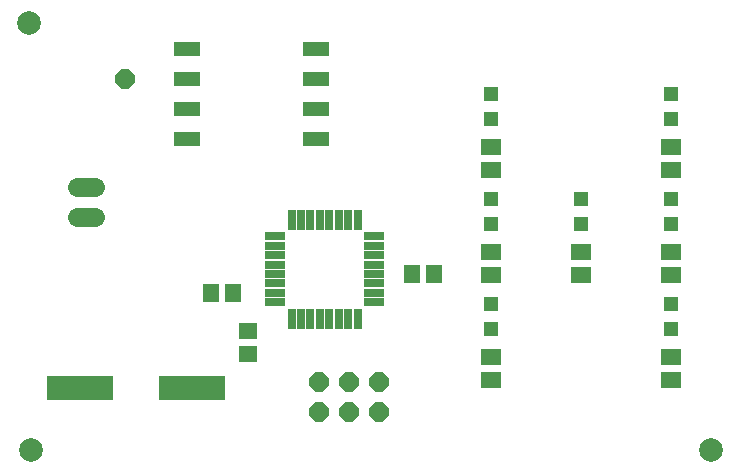
<source format=gts>
G04 EAGLE Gerber RS-274X export*
G75*
%MOMM*%
%FSLAX34Y34*%
%LPD*%
%INSoldermask Top*%
%IPPOS*%
%AMOC8*
5,1,8,0,0,1.08239X$1,22.5*%
G01*
%ADD10R,1.401600X1.601600*%
%ADD11R,1.601600X1.401600*%
%ADD12P,1.759533X8X202.500000*%
%ADD13C,1.625600*%
%ADD14P,1.759533X8X22.500000*%
%ADD15R,1.301600X1.301600*%
%ADD16R,1.701600X1.401600*%
%ADD17R,2.301600X1.301600*%
%ADD18C,2.000000*%
%ADD19R,1.701600X0.651600*%
%ADD20R,0.651600X1.701600*%
%ADD21R,5.601600X2.101600*%


D10*
X166014Y146812D03*
X185014Y146812D03*
D11*
X197358Y95402D03*
X197358Y114402D03*
D12*
X308102Y46482D03*
X308102Y71882D03*
X282702Y46482D03*
X282702Y71882D03*
X257302Y46482D03*
X257302Y71882D03*
D13*
X67818Y211328D02*
X52578Y211328D01*
X52578Y236728D02*
X67818Y236728D01*
D14*
X93726Y328168D03*
D15*
X555498Y315554D03*
X555498Y294554D03*
X555498Y226654D03*
X555498Y205654D03*
X555498Y137754D03*
X555498Y116754D03*
X403098Y315554D03*
X403098Y294554D03*
X403098Y226654D03*
X403098Y205654D03*
X403098Y137754D03*
X403098Y116754D03*
X479298Y226654D03*
X479298Y205654D03*
D16*
X555498Y270104D03*
X555498Y251104D03*
X555498Y181204D03*
X555498Y162204D03*
X555498Y92304D03*
X555498Y73304D03*
X403098Y270104D03*
X403098Y251104D03*
X403098Y181204D03*
X403098Y162204D03*
X403098Y92304D03*
X403098Y73304D03*
X479298Y181204D03*
X479298Y162204D03*
D17*
X255170Y277368D03*
X255170Y302768D03*
X255170Y328168D03*
X255170Y353568D03*
X146150Y353568D03*
X146150Y328168D03*
X146150Y302768D03*
X146150Y277368D03*
D18*
X12446Y375666D03*
X13716Y13970D03*
X589280Y13970D03*
D19*
X220582Y194878D03*
X220582Y186878D03*
X220582Y178878D03*
X220582Y170878D03*
X220582Y162878D03*
X220582Y154878D03*
X220582Y146878D03*
X220582Y138878D03*
D20*
X234382Y125078D03*
X242382Y125078D03*
X250382Y125078D03*
X258382Y125078D03*
X266382Y125078D03*
X274382Y125078D03*
X282382Y125078D03*
X290382Y125078D03*
D19*
X304182Y138878D03*
X304182Y146878D03*
X304182Y154878D03*
X304182Y162878D03*
X304182Y170878D03*
X304182Y178878D03*
X304182Y186878D03*
X304182Y194878D03*
D20*
X290382Y208678D03*
X282382Y208678D03*
X274382Y208678D03*
X266382Y208678D03*
X258382Y208678D03*
X250382Y208678D03*
X242382Y208678D03*
X234382Y208678D03*
D10*
X355321Y162941D03*
X336321Y162941D03*
D21*
X150370Y66040D03*
X55370Y66040D03*
M02*

</source>
